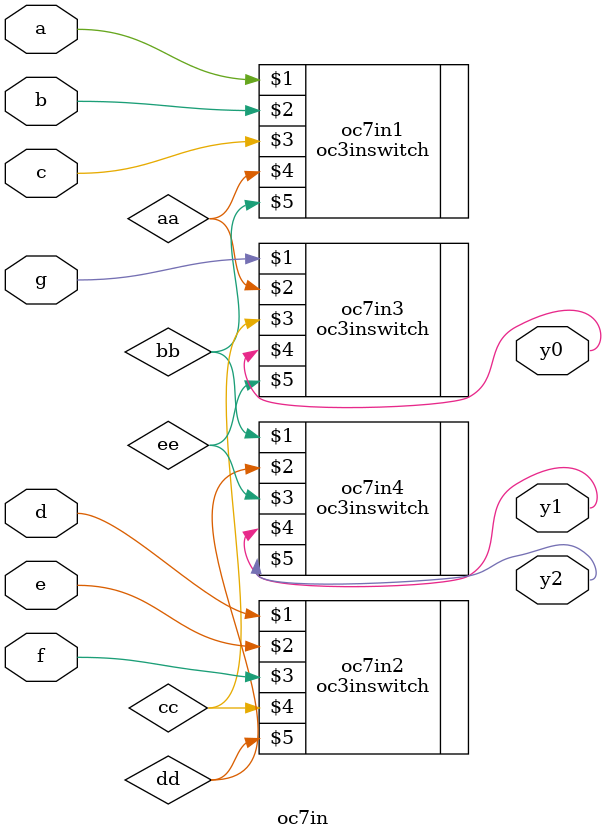
<source format=v>
`timescale 1ns/1ns
module oc7in (input a,b,c,d,e,f,g, output y0,y1,y2);
wire aa,bb,cc,dd,ee;
oc3inswitch oc7in1(a,b,c,aa,bb);
oc3inswitch oc7in2(d,e,f,cc,dd);
oc3inswitch oc7in3(g,aa,cc,y0,ee);
oc3inswitch oc7in4(bb,dd,ee,y1,y2);
endmodule




</source>
